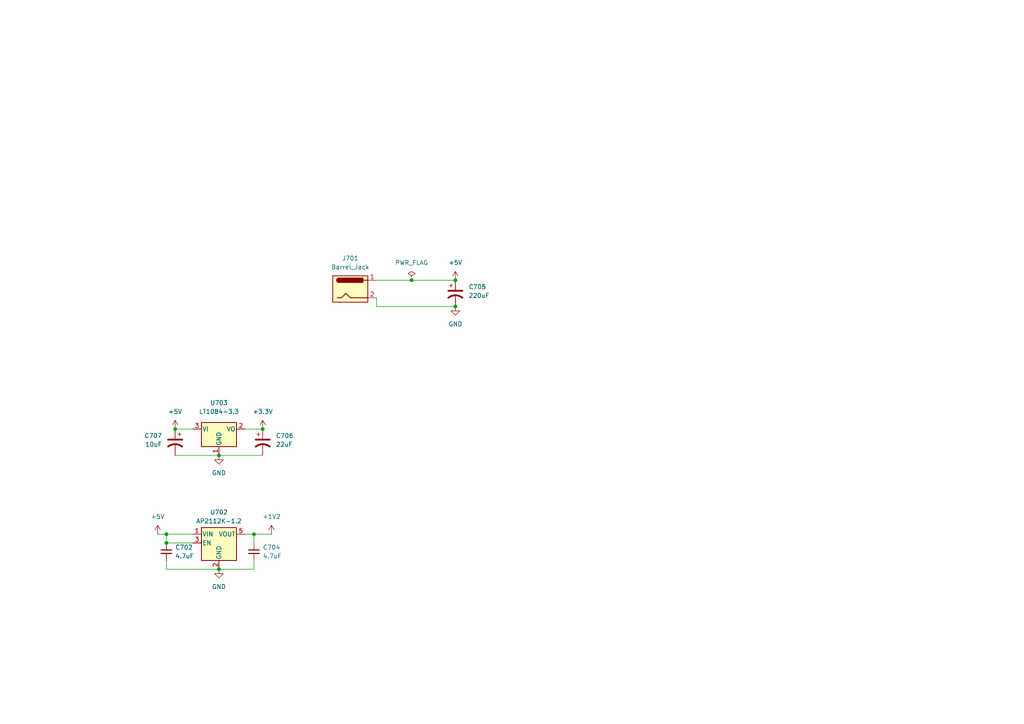
<source format=kicad_sch>
(kicad_sch (version 20230121) (generator eeschema)
  (paper "A4")
  (lib_symbols
    (symbol "Connector:Barrel_Jack" (pin_names (offset 1.016))
      (property "Reference" "J" (at 0 5.334 0))
      (property "Value" "Barrel_Jack" (at 0 -5.08 0))
      (symbol "Barrel_Jack_0_1"
        (rectangle (start -5.08 3.81) (end 5.08 -3.81) (stroke (width 0.254)) (fill (type background)))
        (arc (start -3.302 3.175) (mid -3.9343 2.54) (end -3.302 1.905) (stroke (width 0.254)))
        (arc (start -3.302 3.175) (mid -3.9343 2.54) (end -3.302 1.905) (stroke (width 0.254)) (fill (type outline)))
        (polyline (pts (xy 5.08 2.54) (xy 3.81 2.54)) (stroke (width 0.254)))
        (polyline (pts (xy -3.81 -2.54) (xy -2.54 -2.54) (xy -1.27 -1.27) (xy 0 -2.54) (xy 2.54 -2.54) (xy 5.08 -2.54)) (stroke (width 0.254)))
        (rectangle (start 3.683 3.175) (end -3.302 1.905) (stroke (width 0.254)) (fill (type outline)))
      )
      (symbol "Barrel_Jack_1_1"
        (pin passive line (at 7.62 2.54 180) (length 2.54) (name "~") (number "1"))
        (pin passive line (at 7.62 -2.54 180) (length 2.54) (name "~") (number "2"))
      )
    )
    (symbol "Device:C_Polarized_US" (pin_numbers hide) (pin_names (offset 0.254) hide)
      (property "Reference" "C" (at 0.635 2.54 0))
      (property "Value" "C_Polarized_US" (at 0.635 -2.54 0))
      (symbol "C_Polarized_US_0_1"
        (polyline (pts (xy -2.032 0.762) (xy 2.032 0.762)) (stroke (width 0.508)))
        (polyline (pts (xy -1.778 2.286) (xy -0.762 2.286)))
        (polyline (pts (xy -1.27 1.778) (xy -1.27 2.794)))
        (arc (start 2.032 -1.27) (mid 0 -0.5572) (end -2.032 -1.27) (stroke (width 0.508)))
      )
      (symbol "C_Polarized_US_1_1"
        (pin passive line (at 0 3.81 270) (length 2.794) (name "~") (number "1"))
        (pin passive line (at 0 -3.81 90) (length 3.302) (name "~") (number "2"))
      )
    )
    (symbol "Device:C_Small" (pin_numbers hide) (pin_names (offset 0.254) hide)
      (property "Reference" "C" (at 0.254 1.778 0))
      (property "Value" "C_Small" (at 0.254 -2.032 0))
      (symbol "C_Small_0_1"
        (polyline (pts (xy -1.524 -0.508) (xy 1.524 -0.508)) (stroke (width 0.3302)))
        (polyline (pts (xy -1.524 0.508) (xy 1.524 0.508)) (stroke (width 0.3048)))
      )
      (symbol "C_Small_1_1"
        (pin passive line (at 0 2.54 270) (length 2.032) (name "~") (number "1"))
        (pin passive line (at 0 -2.54 90) (length 2.032) (name "~") (number "2"))
      )
    )
    (symbol "Regulator_Linear:AP2112K-1.2" (pin_names (offset 0.254))
      (property "Reference" "U" (at -5.08 5.715 0))
      (property "Value" "AP2112K-1.2" (at 0 5.715 0))
      (symbol "AP2112K-1.2_0_1"
        (rectangle (start -5.08 4.445) (end 5.08 -5.08) (stroke (width 0.254)) (fill (type background)))
      )
      (symbol "AP2112K-1.2_1_1"
        (pin power_in line (at -7.62 2.54 0) (length 2.54) (name "VIN") (number "1"))
        (pin power_in line (at 0 -7.62 90) (length 2.54) (name "GND") (number "2"))
        (pin input line (at -7.62 0 0) (length 2.54) (name "EN") (number "3"))
        (pin no_connect line (at 5.08 0 180) (length 2.54) hide (name "NC") (number "4"))
        (pin power_out line (at 7.62 2.54 180) (length 2.54) (name "VOUT") (number "5"))
      )
    )
    (symbol "Regulator_Linear:LT1084-3.3" (pin_names (offset 0.254))
      (property "Reference" "U" (at -3.81 3.175 0))
      (property "Value" "LT1084-3.3" (at 0 3.175 0))
      (symbol "LT1084-3.3_0_1"
        (rectangle (start -5.08 1.905) (end 5.08 -5.08) (stroke (width 0.254)) (fill (type background)))
      )
      (symbol "LT1084-3.3_1_1"
        (pin power_in line (at 0 -7.62 90) (length 2.54) (name "GND") (number "1"))
        (pin power_out line (at 7.62 0 180) (length 2.54) (name "VO") (number "2"))
        (pin power_in line (at -7.62 0 0) (length 2.54) (name "VI") (number "3"))
      )
    )
    (symbol "power:+1V2" (power) (pin_names (offset 0))
      (property "Value" "+1V2" (at 0 3.556 0))
      (symbol "+1V2_0_1"
        (polyline (pts (xy -0.762 1.27) (xy 0 2.54)))
        (polyline (pts (xy 0 0) (xy 0 2.54)))
        (polyline (pts (xy 0 2.54) (xy 0.762 1.27)))
      )
      (symbol "+1V2_1_1"
        (pin power_in line (at 0 0 90) (length 0) hide (name "+1V2") (number "1"))
      )
    )
    (symbol "power:+3.3V" (power) (pin_names (offset 0))
      (property "Value" "+3.3V" (at 0 3.556 0))
      (symbol "+3.3V_0_1"
        (polyline (pts (xy -0.762 1.27) (xy 0 2.54)))
        (polyline (pts (xy 0 0) (xy 0 2.54)))
        (polyline (pts (xy 0 2.54) (xy 0.762 1.27)))
      )
      (symbol "+3.3V_1_1"
        (pin power_in line (at 0 0 90) (length 0) hide (name "+3.3V") (number "1"))
      )
    )
    (symbol "power:+5V" (power) (pin_names (offset 0))
      (property "Value" "+5V" (at 0 3.556 0))
      (symbol "+5V_0_1"
        (polyline (pts (xy -0.762 1.27) (xy 0 2.54)))
        (polyline (pts (xy 0 0) (xy 0 2.54)))
        (polyline (pts (xy 0 2.54) (xy 0.762 1.27)))
      )
      (symbol "+5V_1_1"
        (pin power_in line (at 0 0 90) (length 0) hide (name "+5V") (number "1"))
      )
    )
    (symbol "power:GND" (power) (pin_names (offset 0))
      (property "Value" "GND" (at 0 -3.81 0))
      (symbol "GND_0_1"
        (polyline (pts (xy 0 0) (xy 0 -1.27) (xy 1.27 -1.27) (xy 0 -2.54) (xy -1.27 -1.27) (xy 0 -1.27)))
      )
      (symbol "GND_1_1"
        (pin power_in line (at 0 0 270) (length 0) hide (name "GND") (number "1"))
      )
    )
    (symbol "power:PWR_FLAG" (power) (pin_numbers hide) (pin_names (offset 0) hide)
      (property "Value" "PWR_FLAG" (at 0 3.81 0))
      (symbol "PWR_FLAG_0_0"
        (pin power_out line (at 0 0 90) (length 0) (name "pwr") (number "1"))
      )
      (symbol "PWR_FLAG_0_1"
        (polyline (pts (xy 0 0) (xy 0 1.27) (xy -1.016 1.905) (xy 0 2.54) (xy 1.016 1.905) (xy 0 1.27)))
      )
    )
  )
  (junction (at 132.08 88.9))
  (junction (at 73.66 154.94))
  (junction (at 48.26 157.48))
  (junction (at 132.08 81.28))
  (junction (at 119.38 81.28))
  (junction (at 50.8 124.46))
  (junction (at 63.5 165.1))
  (junction (at 63.5 132.08))
  (junction (at 48.26 154.94))
  (junction (at 76.2 124.46))
  (wire (pts (xy 109.22 88.9) (xy 132.08 88.9)))
  (wire (pts (xy 50.8 124.46) (xy 55.88 124.46)))
  (wire (pts (xy 48.26 157.48) (xy 55.88 157.48)))
  (wire (pts (xy 109.22 86.36) (xy 109.22 88.9)))
  (wire (pts (xy 63.5 132.08) (xy 76.2 132.08)))
  (wire (pts (xy 73.66 154.94) (xy 78.74 154.94)))
  (wire (pts (xy 48.26 165.1) (xy 48.26 162.56)))
  (wire (pts (xy 48.26 154.94) (xy 48.26 157.48)))
  (wire (pts (xy 73.66 162.56) (xy 73.66 165.1)))
  (wire (pts (xy 71.12 154.94) (xy 73.66 154.94)))
  (wire (pts (xy 71.12 124.46) (xy 76.2 124.46)))
  (wire (pts (xy 73.66 154.94) (xy 73.66 157.48)))
  (wire (pts (xy 109.22 81.28) (xy 119.38 81.28)))
  (wire (pts (xy 73.66 165.1) (xy 63.5 165.1)))
  (wire (pts (xy 119.38 81.28) (xy 132.08 81.28)))
  (wire (pts (xy 63.5 165.1) (xy 48.26 165.1)))
  (wire (pts (xy 50.8 132.08) (xy 63.5 132.08)))
  (wire (pts (xy 48.26 154.94) (xy 55.88 154.94)))
  (wire (pts (xy 45.72 154.94) (xy 48.26 154.94)))
  (symbol (lib_id "Device:C_Polarized_US") (at 50.8 128.27 0) (mirror y) (unit 1)
    (property "Reference" "C707" (at 46.99 126.365 0) (effects (justify left)))
    (property "Value" "10uF" (at 46.99 128.905 0) (effects (justify left)))
    (property "Footprint" "Capacitor_Tantalum_SMD:CP_EIA-2012-12_Kemet-R" (effects hide))
  )
  (symbol (lib_id "Regulator_Linear:LT1084-3.3") (at 63.5 124.46 0) (unit 1)
    (property "Reference" "U703" (at 63.5 116.84 0))
    (property "Value" "LT1084-3.3" (at 63.5 119.38 0))
    (property "Footprint" "Package_TO_SOT_SMD:TO-263-3_TabPin2" (effects hide))
    (property "Datasheet" "https://www.analog.com/media/en/technical-documentation/data-sheets/1083ffe.pdf" (effects hide))
  )
  (symbol (lib_id "power:+1V2") (at 78.74 154.94 0) (unit 1)
    (property "Reference" "#PWR0706" (effects hide))
    (property "Value" "+1V2" (at 78.74 149.86 0))
  )
  (symbol (lib_id "Device:C_Polarized_US") (at 76.2 128.27 0) (unit 1)
    (property "Reference" "C706" (at 80.01 126.365 0) (effects (justify left)))
    (property "Value" "22uF" (at 80.01 128.905 0) (effects (justify left)))
    (property "Footprint" "Capacitor_Tantalum_SMD:CP_EIA-2012-12_Kemet-R" (effects hide))
  )
  (symbol (lib_id "Connector:Barrel_Jack") (at 101.6 83.82 0) (unit 1)
    (property "Reference" "J701" (at 101.6 74.93 0))
    (property "Value" "Barrel_Jack" (at 101.6 77.47 0))
    (property "Footprint" "Connector_BarrelJack:BarrelJack_GCT_DCJ200-10-A_Horizontal" (effects hide))
  )
  (symbol (lib_id "Regulator_Linear:AP2112K-1.2") (at 63.5 157.48 0) (unit 1)
    (property "Reference" "U702" (at 63.5 148.59 0))
    (property "Value" "AP2112K-1.2" (at 63.5 151.13 0))
    (property "Footprint" "Package_TO_SOT_SMD:SOT-23-5" (effects hide))
    (property "Datasheet" "https://www.diodes.com/assets/Datasheets/AP2112.pdf" (effects hide))
  )
  (symbol (lib_id "power:GND") (at 132.08 88.9 0) (unit 1)
    (property "Reference" "#PWR0708" (effects hide))
    (property "Value" "GND" (at 132.08 93.98 0))
  )
  (symbol (lib_id "power:GND") (at 63.5 165.1 0) (unit 1)
    (property "Reference" "#PWR0704" (effects hide))
    (property "Value" "GND" (at 63.5 170.18 0))
  )
  (symbol (lib_id "Device:C_Small") (at 73.66 160.02 0) (unit 1)
    (property "Reference" "C704" (at 76.2 158.7563 0) (effects (justify left)))
    (property "Value" "4.7uF" (at 76.2 161.2963 0) (effects (justify left)))
    (property "Footprint" "Capacitor_SMD:C_0603_1608Metric" (effects hide))
  )
  (symbol (lib_id "Device:C_Small") (at 48.26 160.02 0) (unit 1)
    (property "Reference" "C702" (at 50.8 158.7563 0) (effects (justify left)))
    (property "Value" "4.7uF" (at 50.8 161.2963 0) (effects (justify left)))
    (property "Footprint" "Capacitor_SMD:C_0603_1608Metric" (effects hide))
  )
  (symbol (lib_id "power:PWR_FLAG") (at 119.38 81.28 0) (unit 1)
    (property "Reference" "#FLG0701" (effects hide))
    (property "Value" "PWR_FLAG" (at 119.38 76.2 0))
  )
  (symbol (lib_id "power:+5V") (at 132.08 81.28 0) (unit 1)
    (property "Reference" "#PWR0707" (effects hide))
    (property "Value" "+5V" (at 132.08 76.2 0))
  )
  (symbol (lib_id "power:+5V") (at 45.72 154.94 0) (unit 1)
    (property "Reference" "#PWR0702" (effects hide))
    (property "Value" "+5V" (at 45.72 149.86 0))
  )
  (symbol (lib_id "power:+3.3V") (at 76.2 124.46 0) (unit 1)
    (property "Reference" "#PWR0703" (effects hide))
    (property "Value" "+3.3V" (at 76.2 119.38 0))
  )
  (symbol (lib_id "power:GND") (at 63.5 132.08 0) (unit 1)
    (property "Reference" "#PWR0709" (effects hide))
    (property "Value" "GND" (at 63.5 137.16 0))
  )
  (symbol (lib_id "Device:C_Polarized_US") (at 132.08 85.09 0) (unit 1)
    (property "Reference" "C705" (at 135.89 83.185 0) (effects (justify left)))
    (property "Value" "220uF" (at 135.89 85.725 0) (effects (justify left)))
    (property "Footprint" "Capacitor_THT:CP_Radial_D8.0mm_P2.50mm" (effects hide))
  )
  (symbol (lib_id "power:+5V") (at 50.8 124.46 0) (unit 1)
    (property "Reference" "#PWR0701" (effects hide))
    (property "Value" "+5V" (at 50.8 119.38 0))
  )
)
</source>
